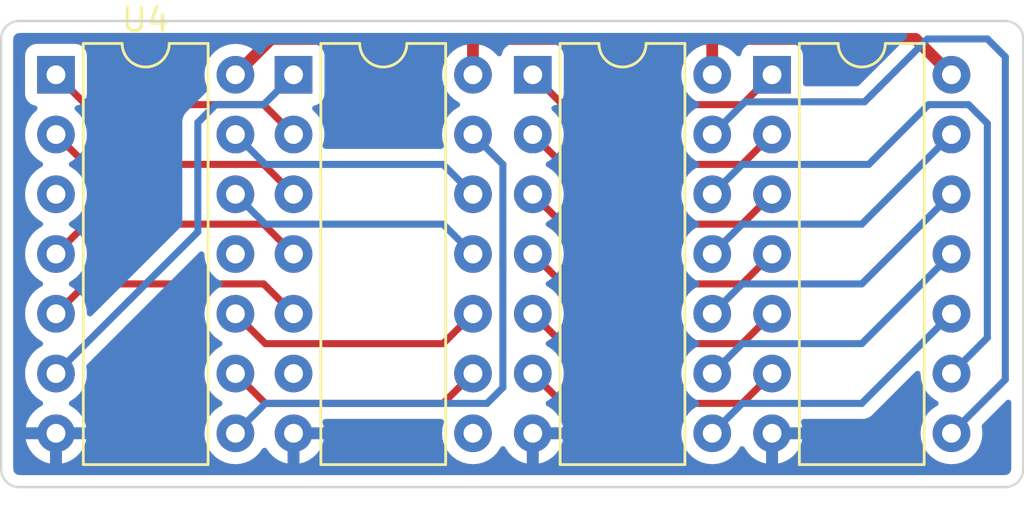
<source format=kicad_pcb>
(kicad_pcb (version 20201116) (generator pcbnew)
  (layers (0 "F.Cu" signal) (31 "B.Cu" signal) (34 "B.Paste" user) (35 "F.Paste" user) (36 "B.SilkS" user "B.Silkscreen") (37 "F.SilkS" user "F.Silkscreen") (38 "B.Mask" user) (39 "F.Mask" user) (44 "Edge.Cuts" user))
  (net 0 "")
  (net 1 "+5V")
  (net 2 "GND")
  (net 3 "A9")
  (net 4 "Y2")
  (net 5 "A8")
  (net 6 "A6")
  (net 7 "A7")
  (net 8 "A5")
  (net 9 "Y3")
  (net 10 "A4")
  (net 11 "Y1")
  (net 12 "A2")
  (net 13 "A3")
  (net 14 "A1")
  (net 15 "X2")
  (net 16 "B8")
  (net 17 "B4")
  (net 18 "B7")
  (net 19 "B3")
  (net 20 "B6")
  (net 21 "B2")
  (net 22 "B5")
  (net 23 "B1")
  (net 24 "X1")
  (footprint "Package_DIP:DIP-14_W7.62mm" (layer "F.Cu") (at 125.73 76.2)
    (fp_text reference "U2")
    (fp_text value "74LS10")
    (fp_line (start 1.16 16.57) (end 6.46 16.57) (layer "F.SilkS") (width 0.12))
    (fp_line (start 2.81 -1.33) (end 1.16 -1.33) (layer "F.SilkS") (width 0.12))
    (fp_line (start 6.46 -1.33) (end 4.81 -1.33) (layer "F.SilkS") (width 0.12))
    (fp_line (start 1.16 -1.33) (end 1.16 16.57) (layer "F.SilkS") (width 0.12))
    (fp_line (start 6.46 16.57) (end 6.46 -1.33) (layer "F.SilkS") (width 0.12))
    (fp_arc (start 3.81 -1.33) (end 2.81 -1.33) (angle -180) (layer "F.SilkS") (width 0.12))
    (pad "1" thru_hole rect (at 0 0) (size 1.6 1.6) (drill 0.8) (layers *.Cu *.Mask) (net 14 "A1"))
    (pad "2" thru_hole oval (at 0 2.54) (size 1.6 1.6) (drill 0.8) (layers *.Cu *.Mask) (net 12 "A2"))
    (pad "3" thru_hole oval (at 0 5.08) (size 1.6 1.6) (drill 0.8) (layers *.Cu *.Mask) (net 10 "A4"))
    (pad "4" thru_hole oval (at 0 7.62) (size 1.6 1.6) (drill 0.8) (layers *.Cu *.Mask) (net 8 "A5"))
    (pad "5" thru_hole oval (at 0 10.16) (size 1.6 1.6) (drill 0.8) (layers *.Cu *.Mask) (net 6 "A6"))
    (pad "6" thru_hole oval (at 0 12.7) (size 1.6 1.6) (drill 0.8) (layers *.Cu *.Mask) (net 4 "Y2"))
    (pad "7" thru_hole oval (at 0 15.24) (size 1.6 1.6) (drill 0.8) (layers *.Cu *.Mask) (net 2 "GND"))
    (pad "8" thru_hole oval (at 7.62 15.24) (size 1.6 1.6) (drill 0.8) (layers *.Cu *.Mask) (net 9 "Y3"))
    (pad "9" thru_hole oval (at 7.62 12.7) (size 1.6 1.6) (drill 0.8) (layers *.Cu *.Mask) (net 7 "A7"))
    (pad "10" thru_hole oval (at 7.62 10.16) (size 1.6 1.6) (drill 0.8) (layers *.Cu *.Mask) (net 5 "A8"))
    (pad "11" thru_hole oval (at 7.62 7.62) (size 1.6 1.6) (drill 0.8) (layers *.Cu *.Mask) (net 3 "A9"))
    (pad "12" thru_hole oval (at 7.62 5.08) (size 1.6 1.6) (drill 0.8) (layers *.Cu *.Mask) (net 11 "Y1"))
    (pad "13" thru_hole oval (at 7.62 2.54) (size 1.6 1.6) (drill 0.8) (layers *.Cu *.Mask) (net 13 "A3"))
    (pad "14" thru_hole oval (at 7.62 0) (size 1.6 1.6) (drill 0.8) (layers *.Cu *.Mask) (net 1 "+5V"))
  )
  (footprint "Package_DIP:DIP-14_W7.62mm" (layer "F.Cu") (at 115.57 76.2)
    (fp_text reference "U3")
    (fp_text value "4012")
    (fp_line (start 6.46 -1.33) (end 4.81 -1.33) (layer "F.SilkS") (width 0.12))
    (fp_line (start 2.81 -1.33) (end 1.16 -1.33) (layer "F.SilkS") (width 0.12))
    (fp_line (start 6.46 16.57) (end 6.46 -1.33) (layer "F.SilkS") (width 0.12))
    (fp_line (start 1.16 -1.33) (end 1.16 16.57) (layer "F.SilkS") (width 0.12))
    (fp_line (start 1.16 16.57) (end 6.46 16.57) (layer "F.SilkS") (width 0.12))
    (fp_arc (start 3.81 -1.33) (end 2.81 -1.33) (angle -180) (layer "F.SilkS") (width 0.12))
    (pad "1" thru_hole rect (at 0 0) (size 1.6 1.6) (drill 0.8) (layers *.Cu *.Mask) (net 24 "X1"))
    (pad "2" thru_hole oval (at 0 2.54) (size 1.6 1.6) (drill 0.8) (layers *.Cu *.Mask) (net 23 "B1"))
    (pad "3" thru_hole oval (at 0 5.08) (size 1.6 1.6) (drill 0.8) (layers *.Cu *.Mask) (net 21 "B2"))
    (pad "4" thru_hole oval (at 0 7.62) (size 1.6 1.6) (drill 0.8) (layers *.Cu *.Mask) (net 19 "B3"))
    (pad "5" thru_hole oval (at 0 10.16) (size 1.6 1.6) (drill 0.8) (layers *.Cu *.Mask) (net 17 "B4"))
    (pad "6" thru_hole oval (at 0 12.7) (size 1.6 1.6) (drill 0.8) (layers *.Cu *.Mask))
    (pad "7" thru_hole oval (at 0 15.24) (size 1.6 1.6) (drill 0.8) (layers *.Cu *.Mask) (net 2 "GND"))
    (pad "8" thru_hole oval (at 7.62 15.24) (size 1.6 1.6) (drill 0.8) (layers *.Cu *.Mask))
    (pad "9" thru_hole oval (at 7.62 12.7) (size 1.6 1.6) (drill 0.8) (layers *.Cu *.Mask) (net 22 "B5"))
    (pad "10" thru_hole oval (at 7.62 10.16) (size 1.6 1.6) (drill 0.8) (layers *.Cu *.Mask) (net 20 "B6"))
    (pad "11" thru_hole oval (at 7.62 7.62) (size 1.6 1.6) (drill 0.8) (layers *.Cu *.Mask) (net 18 "B7"))
    (pad "12" thru_hole oval (at 7.62 5.08) (size 1.6 1.6) (drill 0.8) (layers *.Cu *.Mask) (net 16 "B8"))
    (pad "13" thru_hole oval (at 7.62 2.54) (size 1.6 1.6) (drill 0.8) (layers *.Cu *.Mask) (net 15 "X2"))
    (pad "14" thru_hole oval (at 7.62 0) (size 1.6 1.6) (drill 0.8) (layers *.Cu *.Mask) (net 1 "+5V"))
  )
  (footprint "Package_DIP:DIP-14_W7.62mm" (layer "F.Cu") (at 105.482 76.2)
    (fp_text reference "U4" (at 3.81 -2.33) (layer "F.SilkS"))
    (fp_text value "74LS20")
    (fp_line (start 1.16 -1.33) (end 1.16 16.57) (layer "F.SilkS") (width 0.12))
    (fp_line (start 2.81 -1.33) (end 1.16 -1.33) (layer "F.SilkS") (width 0.12))
    (fp_line (start 6.46 -1.33) (end 4.81 -1.33) (layer "F.SilkS") (width 0.12))
    (fp_line (start 1.16 16.57) (end 6.46 16.57) (layer "F.SilkS") (width 0.12))
    (fp_line (start 6.46 16.57) (end 6.46 -1.33) (layer "F.SilkS") (width 0.12))
    (fp_arc (start 3.81 -1.33) (end 2.81 -1.33) (angle -180) (layer "F.SilkS") (width 0.12))
    (pad "1" thru_hole rect (at 0 0) (size 1.6 1.6) (drill 0.8) (layers *.Cu *.Mask) (net 23 "B1"))
    (pad "2" thru_hole oval (at 0 2.54) (size 1.6 1.6) (drill 0.8) (layers *.Cu *.Mask) (net 21 "B2"))
    (pad "3" thru_hole oval (at 0 5.08) (size 1.6 1.6) (drill 0.8) (layers *.Cu *.Mask))
    (pad "4" thru_hole oval (at 0 7.62) (size 1.6 1.6) (drill 0.8) (layers *.Cu *.Mask) (net 19 "B3"))
    (pad "5" thru_hole oval (at 0 10.16) (size 1.6 1.6) (drill 0.8) (layers *.Cu *.Mask) (net 17 "B4"))
    (pad "6" thru_hole oval (at 0 12.7) (size 1.6 1.6) (drill 0.8) (layers *.Cu *.Mask) (net 24 "X1"))
    (pad "7" thru_hole oval (at 0 15.24) (size 1.6 1.6) (drill 0.8) (layers *.Cu *.Mask) (net 2 "GND"))
    (pad "8" thru_hole oval (at 7.62 15.24) (size 1.6 1.6) (drill 0.8) (layers *.Cu *.Mask) (net 15 "X2"))
    (pad "9" thru_hole oval (at 7.62 12.7) (size 1.6 1.6) (drill 0.8) (layers *.Cu *.Mask) (net 22 "B5"))
    (pad "10" thru_hole oval (at 7.62 10.16) (size 1.6 1.6) (drill 0.8) (layers *.Cu *.Mask) (net 20 "B6"))
    (pad "11" thru_hole oval (at 7.62 7.62) (size 1.6 1.6) (drill 0.8) (layers *.Cu *.Mask))
    (pad "12" thru_hole oval (at 7.62 5.08) (size 1.6 1.6) (drill 0.8) (layers *.Cu *.Mask) (net 18 "B7"))
    (pad "13" thru_hole oval (at 7.62 2.54) (size 1.6 1.6) (drill 0.8) (layers *.Cu *.Mask) (net 16 "B8"))
    (pad "14" thru_hole oval (at 7.62 0) (size 1.6 1.6) (drill 0.8) (layers *.Cu *.Mask) (net 1 "+5V"))
  )
  (footprint "Package_DIP:DIP-14_W7.62mm" (layer "F.Cu") (at 135.89 76.2)
    (fp_text reference "U1")
    (fp_text value "4023")
    (fp_line (start 6.46 -1.33) (end 4.81 -1.33) (layer "F.SilkS") (width 0.12))
    (fp_line (start 1.16 -1.33) (end 1.16 16.57) (layer "F.SilkS") (width 0.12))
    (fp_line (start 2.81 -1.33) (end 1.16 -1.33) (layer "F.SilkS") (width 0.12))
    (fp_line (start 1.16 16.57) (end 6.46 16.57) (layer "F.SilkS") (width 0.12))
    (fp_line (start 6.46 16.57) (end 6.46 -1.33) (layer "F.SilkS") (width 0.12))
    (fp_arc (start 3.81 -1.33) (end 2.81 -1.33) (angle -180) (layer "F.SilkS") (width 0.12))
    (pad "1" thru_hole rect (at 0 0) (size 1.6 1.6) (drill 0.8) (layers *.Cu *.Mask) (net 14 "A1"))
    (pad "2" thru_hole oval (at 0 2.54) (size 1.6 1.6) (drill 0.8) (layers *.Cu *.Mask) (net 12 "A2"))
    (pad "3" thru_hole oval (at 0 5.08) (size 1.6 1.6) (drill 0.8) (layers *.Cu *.Mask) (net 10 "A4"))
    (pad "4" thru_hole oval (at 0 7.62) (size 1.6 1.6) (drill 0.8) (layers *.Cu *.Mask) (net 8 "A5"))
    (pad "5" thru_hole oval (at 0 10.16) (size 1.6 1.6) (drill 0.8) (layers *.Cu *.Mask) (net 6 "A6"))
    (pad "6" thru_hole oval (at 0 12.7) (size 1.6 1.6) (drill 0.8) (layers *.Cu *.Mask) (net 4 "Y2"))
    (pad "7" thru_hole oval (at 0 15.24) (size 1.6 1.6) (drill 0.8) (layers *.Cu *.Mask) (net 2 "GND"))
    (pad "8" thru_hole oval (at 7.62 15.24) (size 1.6 1.6) (drill 0.8) (layers *.Cu *.Mask) (net 13 "A3"))
    (pad "9" thru_hole oval (at 7.62 12.7) (size 1.6 1.6) (drill 0.8) (layers *.Cu *.Mask) (net 11 "Y1"))
    (pad "10" thru_hole oval (at 7.62 10.16) (size 1.6 1.6) (drill 0.8) (layers *.Cu *.Mask) (net 9 "Y3"))
    (pad "11" thru_hole oval (at 7.62 7.62) (size 1.6 1.6) (drill 0.8) (layers *.Cu *.Mask) (net 7 "A7"))
    (pad "12" thru_hole oval (at 7.62 5.08) (size 1.6 1.6) (drill 0.8) (layers *.Cu *.Mask) (net 5 "A8"))
    (pad "13" thru_hole oval (at 7.62 2.54) (size 1.6 1.6) (drill 0.8) (layers *.Cu *.Mask) (net 3 "A9"))
    (pad "14" thru_hole oval (at 7.62 0) (size 1.6 1.6) (drill 0.8) (layers *.Cu *.Mask) (net 1 "+5V"))
  )
  (gr_line (start 145.796 93.726) (end 103.916815 93.726) (layer "Edge.Cuts") (width 0.1))
  (gr_arc (start 103.916815 92.964) (end 103.916815 93.726) (angle 90) (layer "Edge.Cuts") (width 0.1))
  (gr_line (start 146.558 74.676) (end 146.558 92.964) (layer "Edge.Cuts") (width 0.1))
  (gr_line (start 103.916815 73.914) (end 145.796 73.914) (layer "Edge.Cuts") (width 0.1))
  (gr_arc (start 103.916815 74.676) (end 103.154815 74.676) (angle 90) (layer "Edge.Cuts") (width 0.1))
  (gr_arc (start 145.796 92.964) (end 146.558 92.964) (angle 90) (layer "Edge.Cuts") (width 0.1))
  (gr_line (start 103.154815 92.964) (end 103.154815 74.676) (layer "Edge.Cuts") (width 0.1))
  (gr_arc (start 145.796 74.676) (end 145.796 73.914) (angle 90) (layer "Edge.Cuts") (width 0.1))
  (segment (start 113.102 76.2) (end 114.626 74.676) (width 0.5) (layer "F.Cu") (net 1))
  (segment (start 123.19 76.2) (end 123.317 76.2) (width 0.5) (layer "F.Cu") (net 1))
  (segment (start 133.35 76.2) (end 133.35 74.676) (width 0.5) (layer "F.Cu") (net 1))
  (segment (start 123.19 74.676) (end 123.19 76.2) (width 0.5) (layer "F.Cu") (net 1))
  (segment (start 141.986 74.676) (end 143.51 76.2) (width 0.5) (layer "F.Cu") (net 1))
  (segment (start 114.626 74.676) (end 141.986 74.676) (width 0.5) (layer "F.Cu") (net 1))
  (segment (start 133.35 83.82) (end 134.62 82.55) (width 0.3) (layer "B.Cu") (net 3))
  (segment (start 134.62 82.55) (end 139.7 82.55) (width 0.3) (layer "B.Cu") (net 3))
  (segment (start 139.7 82.55) (end 143.51 78.74) (width 0.3) (layer "B.Cu") (net 3))
  (segment (start 127 90.17) (end 134.62 90.17) (width 0.3) (layer "F.Cu") (net 4))
  (segment (start 125.73 88.9) (end 127 90.17) (width 0.3) (layer "F.Cu") (net 4))
  (segment (start 134.62 90.17) (end 135.89 88.9) (width 0.3) (layer "F.Cu") (net 4))
  (segment (start 139.7 85.09) (end 143.51 81.28) (width 0.3) (layer "B.Cu") (net 5))
  (segment (start 134.62 85.09) (end 139.7 85.09) (width 0.3) (layer "B.Cu") (net 5))
  (segment (start 133.35 86.36) (end 134.62 85.09) (width 0.3) (layer "B.Cu") (net 5))
  (segment (start 134.62 87.63) (end 135.89 86.36) (width 0.3) (layer "F.Cu") (net 6))
  (segment (start 125.73 86.36) (end 127 87.63) (width 0.3) (layer "F.Cu") (net 6))
  (segment (start 127 87.63) (end 134.62 87.63) (width 0.3) (layer "F.Cu") (net 6))
  (segment (start 133.35 88.9) (end 134.62 87.63) (width 0.3) (layer "B.Cu") (net 7))
  (segment (start 139.7 87.63) (end 143.51 83.82) (width 0.3) (layer "B.Cu") (net 7))
  (segment (start 134.62 87.63) (end 139.7 87.63) (width 0.3) (layer "B.Cu") (net 7))
  (segment (start 127 85.09) (end 134.62 85.09) (width 0.3) (layer "F.Cu") (net 8))
  (segment (start 125.73 83.82) (end 127 85.09) (width 0.3) (layer "F.Cu") (net 8))
  (segment (start 134.62 85.09) (end 135.89 83.82) (width 0.3) (layer "F.Cu") (net 8))
  (segment (start 134.62 90.17) (end 139.7 90.17) (width 0.3) (layer "B.Cu") (net 9))
  (segment (start 133.35 91.44) (end 134.62 90.17) (width 0.3) (layer "B.Cu") (net 9))
  (segment (start 139.7 90.17) (end 143.51 86.36) (width 0.3) (layer "B.Cu") (net 9))
  (segment (start 134.62 82.55) (end 135.89 81.28) (width 0.3) (layer "F.Cu") (net 10))
  (segment (start 125.73 81.28) (end 127 82.55) (width 0.3) (layer "F.Cu") (net 10))
  (segment (start 127 82.55) (end 134.62 82.55) (width 0.3) (layer "F.Cu") (net 10))
  (segment (start 133.35 81.28) (end 134.62 80.01) (width 0.3) (layer "B.Cu") (net 11))
  (segment (start 139.999 80.01) (end 142.539 77.47) (width 0.3) (layer "B.Cu") (net 11))
  (segment (start 134.62 80.01) (end 139.999 80.01) (width 0.3) (layer "B.Cu") (net 11))
  (segment (start 145.034 87.376) (end 143.51 88.9) (width 0.3) (layer "B.Cu") (net 11))
  (segment (start 144.234001 77.47) (end 145.034 78.269999) (width 0.3) (layer "B.Cu") (net 11))
  (segment (start 142.539 77.47) (end 144.234001 77.47) (width 0.3) (layer "B.Cu") (net 11))
  (segment (start 145.034 78.269999) (end 145.034 87.376) (width 0.3) (layer "B.Cu") (net 11))
  (segment (start 125.73 78.74) (end 127 80.01) (width 0.3) (layer "F.Cu") (net 12))
  (segment (start 134.62 80.01) (end 135.89 78.74) (width 0.3) (layer "F.Cu") (net 12))
  (segment (start 127 80.01) (end 134.62 80.01) (width 0.3) (layer "F.Cu") (net 12))
  (segment (start 142.494 74.676) (end 145.034 74.676) (width 0.3) (layer "B.Cu") (net 13))
  (segment (start 139.819999 77.350001) (end 142.494 74.676) (width 0.3) (layer "B.Cu") (net 13))
  (segment (start 134.739999 77.350001) (end 139.819999 77.350001) (width 0.3) (layer "B.Cu") (net 13))
  (segment (start 145.034 74.676) (end 145.796 75.438) (width 0.3) (layer "B.Cu") (net 13))
  (segment (start 133.35 78.74) (end 134.739999 77.350001) (width 0.3) (layer "B.Cu") (net 13))
  (segment (start 145.796 75.438) (end 145.796 89.154) (width 0.3) (layer "B.Cu") (net 13))
  (segment (start 145.796 89.154) (end 143.51 91.44) (width 0.3) (layer "B.Cu") (net 13))
  (segment (start 125.73 76.2) (end 127 77.47) (width 0.3) (layer "F.Cu") (net 14))
  (segment (start 134.62 77.47) (end 135.89 76.2) (width 0.3) (layer "F.Cu") (net 14))
  (segment (start 127 77.47) (end 134.62 77.47) (width 0.3) (layer "F.Cu") (net 14))
  (segment (start 114.372 90.17) (end 123.787001 90.17) (width 0.3) (layer "B.Cu") (net 15))
  (segment (start 124.46 84.328) (end 124.46 80.01) (width 0.3) (layer "B.Cu") (net 15))
  (segment (start 113.102 91.44) (end 114.372 90.17) (width 0.3) (layer "B.Cu") (net 15))
  (segment (start 123.787001 90.17) (end 124.46 89.497001) (width 0.3) (layer "B.Cu") (net 15))
  (segment (start 124.46 89.497001) (end 124.46 84.074) (width 0.3) (layer "B.Cu") (net 15))
  (segment (start 124.46 80.01) (end 123.952 79.502) (width 0.3) (layer "B.Cu") (net 15))
  (segment (start 123.952 79.502) (end 123.19 78.74) (width 0.3) (layer "B.Cu") (net 15))
  (segment (start 121.92 80.01) (end 123.19 81.28) (width 0.3) (layer "B.Cu") (net 16))
  (segment (start 114.372 80.01) (end 121.92 80.01) (width 0.3) (layer "B.Cu") (net 16))
  (segment (start 113.102 78.74) (end 114.372 80.01) (width 0.3) (layer "B.Cu") (net 16))
  (segment (start 106.752 85.09) (end 114.3 85.09) (width 0.3) (layer "F.Cu") (net 17))
  (segment (start 114.3 85.09) (end 115.57 86.36) (width 0.3) (layer "F.Cu") (net 17))
  (segment (start 105.482 86.36) (end 106.752 85.09) (width 0.3) (layer "F.Cu") (net 17))
  (segment (start 113.102 81.28) (end 114.372 82.55) (width 0.3) (layer "B.Cu") (net 18))
  (segment (start 114.372 82.55) (end 121.92 82.55) (width 0.3) (layer "B.Cu") (net 18))
  (segment (start 121.92 82.55) (end 123.19 83.82) (width 0.3) (layer "B.Cu") (net 18))
  (segment (start 114.3 82.55) (end 115.57 83.82) (width 0.3) (layer "F.Cu") (net 19))
  (segment (start 105.482 83.82) (end 106.752 82.55) (width 0.3) (layer "F.Cu") (net 19))
  (segment (start 106.752 82.55) (end 114.3 82.55) (width 0.3) (layer "F.Cu") (net 19))
  (segment (start 113.102 86.36) (end 114.372 87.63) (width 0.3) (layer "F.Cu") (net 20))
  (segment (start 114.372 87.63) (end 121.92 87.63) (width 0.3) (layer "F.Cu") (net 20))
  (segment (start 121.92 87.63) (end 123.19 86.36) (width 0.3) (layer "F.Cu") (net 20))
  (segment (start 114.3 80.01) (end 115.57 81.28) (width 0.3) (layer "F.Cu") (net 21))
  (segment (start 105.482 78.74) (end 106.752 80.01) (width 0.3) (layer "F.Cu") (net 21))
  (segment (start 106.752 80.01) (end 114.3 80.01) (width 0.3) (layer "F.Cu") (net 21))
  (segment (start 114.372 90.17) (end 121.92 90.17) (width 0.3) (layer "F.Cu") (net 22))
  (segment (start 113.102 88.9) (end 114.372 90.17) (width 0.3) (layer "F.Cu") (net 22))
  (segment (start 121.92 90.17) (end 123.19 88.9) (width 0.3) (layer "F.Cu") (net 22))
  (segment (start 114.3 77.47) (end 115.57 78.74) (width 0.3) (layer "F.Cu") (net 23))
  (segment (start 105.482 76.2) (end 106.752 77.47) (width 0.3) (layer "F.Cu") (net 23))
  (segment (start 106.752 77.47) (end 114.3 77.47) (width 0.3) (layer "F.Cu") (net 23))
  (segment (start 111.506 82.876) (end 111.506 78.232) (width 0.3) (layer "B.Cu") (net 24))
  (segment (start 105.482 88.9) (end 111.506 82.876) (width 0.3) (layer "B.Cu") (net 24))
  (segment (start 112.268 77.47) (end 114.3 77.47) (width 0.3) (layer "B.Cu") (net 24))
  (segment (start 111.506 78.232) (end 112.268 77.47) (width 0.3) (layer "B.Cu") (net 24))
  (segment (start 114.3 77.47) (end 115.57 76.2) (width 0.3) (layer "B.Cu") (net 24))
  (zone (net 2) (net_name "GND") (layer "B.Cu") (connect_pads (clearance 0.508)) (min_thickness 0.254) (fill yes (thermal_gap 0.508) (thermal_bridge_width 0.508))
    (polygon (pts (xy 146.560359 93.726) (xy 103.219702 93.752011) (xy 103.210608 73.971096) (xy 146.560359 73.915829)))
  )
)
</source>
